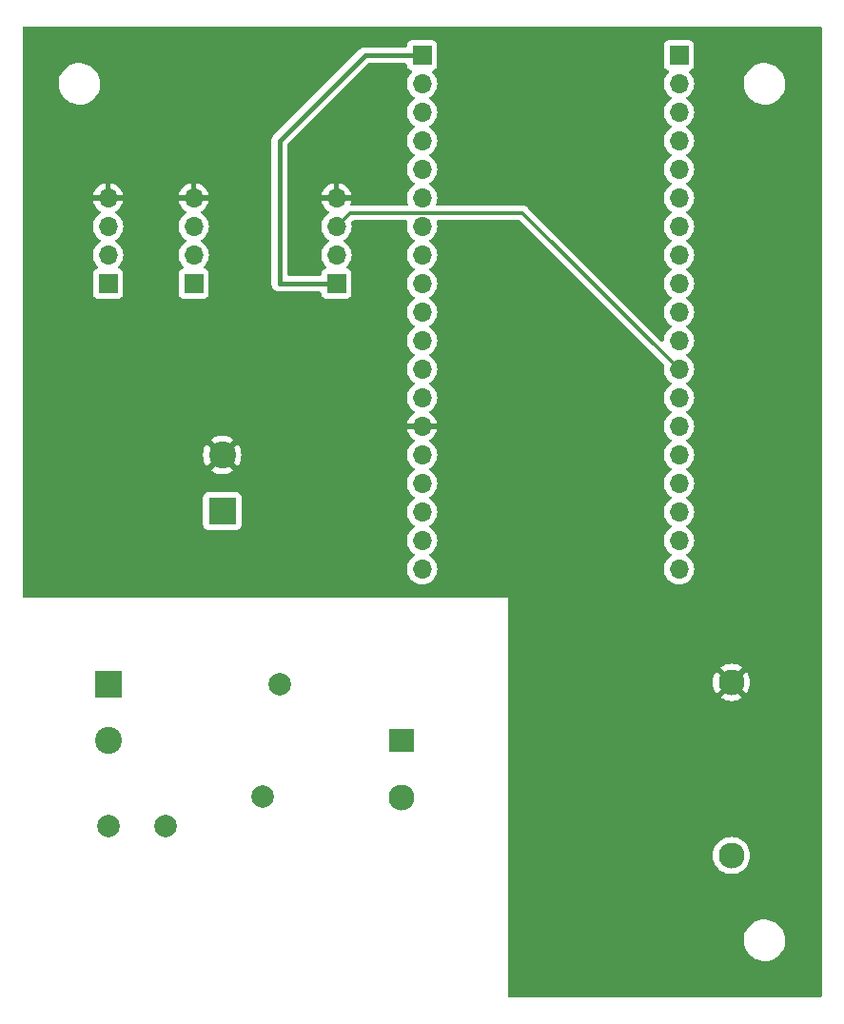
<source format=gbr>
%TF.GenerationSoftware,KiCad,Pcbnew,7.0.2*%
%TF.CreationDate,2023-04-25T18:44:45+02:00*%
%TF.ProjectId,em_schematic,656d5f73-6368-4656-9d61-7469632e6b69,rev?*%
%TF.SameCoordinates,Original*%
%TF.FileFunction,Copper,L2,Bot*%
%TF.FilePolarity,Positive*%
%FSLAX46Y46*%
G04 Gerber Fmt 4.6, Leading zero omitted, Abs format (unit mm)*
G04 Created by KiCad (PCBNEW 7.0.2) date 2023-04-25 18:44:45*
%MOMM*%
%LPD*%
G01*
G04 APERTURE LIST*
%TA.AperFunction,ComponentPad*%
%ADD10R,2.400000X2.400000*%
%TD*%
%TA.AperFunction,ComponentPad*%
%ADD11C,2.400000*%
%TD*%
%TA.AperFunction,ComponentPad*%
%ADD12C,2.000000*%
%TD*%
%TA.AperFunction,ComponentPad*%
%ADD13R,1.700000X1.700000*%
%TD*%
%TA.AperFunction,ComponentPad*%
%ADD14O,1.700000X1.700000*%
%TD*%
%TA.AperFunction,ComponentPad*%
%ADD15C,2.300000*%
%TD*%
%TA.AperFunction,ComponentPad*%
%ADD16R,2.300000X2.000000*%
%TD*%
%TA.AperFunction,Conductor*%
%ADD17C,0.304800*%
%TD*%
%TA.AperFunction,Conductor*%
%ADD18C,0.406400*%
%TD*%
G04 APERTURE END LIST*
D10*
%TO.P,C1,1*%
%TO.N,+5V*%
X109220000Y-114220000D03*
D11*
%TO.P,C1,2*%
%TO.N,GND*%
X109220000Y-109220000D03*
%TD*%
%TO.P,J6,2,Pin_2*%
%TO.N,Net-(J6-Pin_2)*%
X99060000Y-134620000D03*
D10*
%TO.P,J6,1,Pin_1*%
%TO.N,Net-(J6-Pin_1)*%
X99060000Y-129620000D03*
%TD*%
D12*
%TO.P,RV1,2*%
%TO.N,Net-(PS1-AC{slash}N)*%
X112800000Y-139620000D03*
%TO.P,RV1,1*%
%TO.N,Net-(J6-Pin_1)*%
X114300000Y-129620000D03*
%TD*%
D13*
%TO.P,J4,1,Pin_1*%
%TO.N,Net-(J1-Pin_1)*%
X119380000Y-93980000D03*
D14*
%TO.P,J4,2,Pin_2*%
%TO.N,Net-(J2-Pin_11)*%
X119380000Y-91440000D03*
%TO.P,J4,3,Pin_3*%
%TO.N,Net-(J2-Pin_12)*%
X119380000Y-88900000D03*
%TO.P,J4,4,Pin_4*%
%TO.N,GND*%
X119380000Y-86360000D03*
%TD*%
D13*
%TO.P,J5,1,Pin_1*%
%TO.N,+5V*%
X106680000Y-93980000D03*
D14*
%TO.P,J5,2,Pin_2*%
%TO.N,Net-(J3-Pin_2)*%
X106680000Y-91440000D03*
%TO.P,J5,3,Pin_3*%
%TO.N,Net-(J3-Pin_3)*%
X106680000Y-88900000D03*
%TO.P,J5,4,Pin_4*%
%TO.N,GND*%
X106680000Y-86360000D03*
%TD*%
D13*
%TO.P,J2,1,Pin_1*%
%TO.N,unconnected-(J2-Pin_1-Pad1)*%
X149860000Y-73660000D03*
D14*
%TO.P,J2,2,Pin_2*%
%TO.N,unconnected-(J2-Pin_2-Pad2)*%
X149860000Y-76200000D03*
%TO.P,J2,3,Pin_3*%
%TO.N,unconnected-(J2-Pin_3-Pad3)*%
X149860000Y-78740000D03*
%TO.P,J2,4,Pin_4*%
%TO.N,unconnected-(J2-Pin_4-Pad4)*%
X149860000Y-81280000D03*
%TO.P,J2,5,Pin_5*%
%TO.N,unconnected-(J2-Pin_5-Pad5)*%
X149860000Y-83820000D03*
%TO.P,J2,6,Pin_6*%
%TO.N,unconnected-(J2-Pin_6-Pad6)*%
X149860000Y-86360000D03*
%TO.P,J2,7,Pin_7*%
%TO.N,unconnected-(J2-Pin_7-Pad7)*%
X149860000Y-88900000D03*
%TO.P,J2,8,Pin_8*%
%TO.N,unconnected-(J2-Pin_8-Pad8)*%
X149860000Y-91440000D03*
%TO.P,J2,9,Pin_9*%
%TO.N,unconnected-(J2-Pin_9-Pad9)*%
X149860000Y-93980000D03*
%TO.P,J2,10,Pin_10*%
%TO.N,unconnected-(J2-Pin_10-Pad10)*%
X149860000Y-96520000D03*
%TO.P,J2,11,Pin_11*%
%TO.N,Net-(J2-Pin_11)*%
X149860000Y-99060000D03*
%TO.P,J2,12,Pin_12*%
%TO.N,Net-(J2-Pin_12)*%
X149860000Y-101600000D03*
%TO.P,J2,13,Pin_13*%
%TO.N,unconnected-(J2-Pin_13-Pad13)*%
X149860000Y-104140000D03*
%TO.P,J2,14,Pin_14*%
%TO.N,unconnected-(J2-Pin_14-Pad14)*%
X149860000Y-106680000D03*
%TO.P,J2,15,Pin_15*%
%TO.N,unconnected-(J2-Pin_15-Pad15)*%
X149860000Y-109220000D03*
%TO.P,J2,16,Pin_16*%
%TO.N,unconnected-(J2-Pin_16-Pad16)*%
X149860000Y-111760000D03*
%TO.P,J2,17,Pin_17*%
%TO.N,unconnected-(J2-Pin_17-Pad17)*%
X149860000Y-114300000D03*
%TO.P,J2,18,Pin_18*%
%TO.N,unconnected-(J2-Pin_18-Pad18)*%
X149860000Y-116840000D03*
%TO.P,J2,19,Pin_19*%
%TO.N,unconnected-(J2-Pin_19-Pad19)*%
X149860000Y-119380000D03*
%TD*%
D13*
%TO.P,J1,1,Pin_1*%
%TO.N,Net-(J1-Pin_1)*%
X127000000Y-73660000D03*
D14*
%TO.P,J1,2,Pin_2*%
%TO.N,unconnected-(J1-Pin_2-Pad2)*%
X127000000Y-76200000D03*
%TO.P,J1,3,Pin_3*%
%TO.N,unconnected-(J1-Pin_3-Pad3)*%
X127000000Y-78740000D03*
%TO.P,J1,4,Pin_4*%
%TO.N,unconnected-(J1-Pin_4-Pad4)*%
X127000000Y-81280000D03*
%TO.P,J1,5,Pin_5*%
%TO.N,unconnected-(J1-Pin_5-Pad5)*%
X127000000Y-83820000D03*
%TO.P,J1,6,Pin_6*%
%TO.N,unconnected-(J1-Pin_6-Pad6)*%
X127000000Y-86360000D03*
%TO.P,J1,7,Pin_7*%
%TO.N,unconnected-(J1-Pin_7-Pad7)*%
X127000000Y-88900000D03*
%TO.P,J1,8,Pin_8*%
%TO.N,unconnected-(J1-Pin_8-Pad8)*%
X127000000Y-91440000D03*
%TO.P,J1,9,Pin_9*%
%TO.N,unconnected-(J1-Pin_9-Pad9)*%
X127000000Y-93980000D03*
%TO.P,J1,10,Pin_10*%
%TO.N,unconnected-(J1-Pin_10-Pad10)*%
X127000000Y-96520000D03*
%TO.P,J1,11,Pin_11*%
%TO.N,unconnected-(J1-Pin_11-Pad11)*%
X127000000Y-99060000D03*
%TO.P,J1,12,Pin_12*%
%TO.N,unconnected-(J1-Pin_12-Pad12)*%
X127000000Y-101600000D03*
%TO.P,J1,13,Pin_13*%
%TO.N,unconnected-(J1-Pin_13-Pad13)*%
X127000000Y-104140000D03*
%TO.P,J1,14,Pin_14*%
%TO.N,GND*%
X127000000Y-106680000D03*
%TO.P,J1,15,Pin_15*%
%TO.N,unconnected-(J1-Pin_15-Pad15)*%
X127000000Y-109220000D03*
%TO.P,J1,16,Pin_16*%
%TO.N,unconnected-(J1-Pin_16-Pad16)*%
X127000000Y-111760000D03*
%TO.P,J1,17,Pin_17*%
%TO.N,unconnected-(J1-Pin_17-Pad17)*%
X127000000Y-114300000D03*
%TO.P,J1,18,Pin_18*%
%TO.N,unconnected-(J1-Pin_18-Pad18)*%
X127000000Y-116840000D03*
%TO.P,J1,19,Pin_19*%
%TO.N,+5V*%
X127000000Y-119380000D03*
%TD*%
D12*
%TO.P,F1,2*%
%TO.N,Net-(PS1-AC{slash}N)*%
X104140000Y-142240000D03*
%TO.P,F1,1*%
%TO.N,Net-(J6-Pin_2)*%
X99060000Y-142230000D03*
%TD*%
D13*
%TO.P,J3,1,Pin_1*%
%TO.N,+5V*%
X99060000Y-93980000D03*
D14*
%TO.P,J3,2,Pin_2*%
%TO.N,Net-(J3-Pin_2)*%
X99060000Y-91440000D03*
%TO.P,J3,3,Pin_3*%
%TO.N,Net-(J3-Pin_3)*%
X99060000Y-88900000D03*
%TO.P,J3,4,Pin_4*%
%TO.N,GND*%
X99060000Y-86360000D03*
%TD*%
D15*
%TO.P,PS1,4,+Vout*%
%TO.N,+5V*%
X154537500Y-144860000D03*
%TO.P,PS1,3,-Vout*%
%TO.N,GND*%
X154537500Y-129460000D03*
%TO.P,PS1,2,AC/N*%
%TO.N,Net-(PS1-AC{slash}N)*%
X125137500Y-139660000D03*
D16*
%TO.P,PS1,1,AC/L*%
%TO.N,Net-(J6-Pin_1)*%
X125137500Y-134660000D03*
%TD*%
D17*
%TO.N,Net-(J2-Pin_12)*%
X135957600Y-87697600D02*
X149860000Y-101600000D01*
X120582400Y-87697600D02*
X135957600Y-87697600D01*
X119380000Y-88900000D02*
X120582400Y-87697600D01*
D18*
%TO.N,Net-(J1-Pin_1)*%
X121920000Y-73660000D02*
X127000000Y-73660000D01*
X114300000Y-81280000D02*
X121920000Y-73660000D01*
X114300000Y-93980000D02*
X114300000Y-81280000D01*
X119380000Y-93980000D02*
X114300000Y-93980000D01*
%TD*%
%TA.AperFunction,Conductor*%
%TO.N,GND*%
G36*
X125592540Y-74383385D02*
G01*
X125638295Y-74436189D01*
X125649501Y-74487700D01*
X125649501Y-74557872D01*
X125649853Y-74561152D01*
X125649854Y-74561159D01*
X125652090Y-74581956D01*
X125655909Y-74617483D01*
X125706204Y-74752331D01*
X125792454Y-74867546D01*
X125907669Y-74953796D01*
X126019907Y-74995658D01*
X126039082Y-75002810D01*
X126095016Y-75044681D01*
X126119433Y-75110146D01*
X126104581Y-75178419D01*
X126083431Y-75206673D01*
X125961503Y-75328601D01*
X125825965Y-75522170D01*
X125726097Y-75736336D01*
X125664936Y-75964592D01*
X125644340Y-76199999D01*
X125664936Y-76435407D01*
X125692162Y-76537016D01*
X125726097Y-76663663D01*
X125825965Y-76877830D01*
X125961505Y-77071401D01*
X126128599Y-77238495D01*
X126314160Y-77368426D01*
X126357783Y-77423002D01*
X126364976Y-77492501D01*
X126333454Y-77554855D01*
X126314159Y-77571575D01*
X126128595Y-77701508D01*
X125961505Y-77868598D01*
X125825965Y-78062170D01*
X125726097Y-78276336D01*
X125664936Y-78504592D01*
X125644340Y-78739999D01*
X125664936Y-78975407D01*
X125709709Y-79142502D01*
X125726097Y-79203663D01*
X125825965Y-79417830D01*
X125961505Y-79611401D01*
X126128599Y-79778495D01*
X126314160Y-79908426D01*
X126357783Y-79963002D01*
X126364976Y-80032501D01*
X126333454Y-80094855D01*
X126314159Y-80111575D01*
X126128595Y-80241508D01*
X125961505Y-80408598D01*
X125825965Y-80602170D01*
X125726097Y-80816336D01*
X125664936Y-81044592D01*
X125644340Y-81280000D01*
X125664936Y-81515407D01*
X125693724Y-81622843D01*
X125726097Y-81743663D01*
X125825965Y-81957830D01*
X125961505Y-82151401D01*
X126128599Y-82318495D01*
X126314160Y-82448426D01*
X126357783Y-82503002D01*
X126364976Y-82572501D01*
X126333454Y-82634855D01*
X126314159Y-82651575D01*
X126128595Y-82781508D01*
X125961505Y-82948598D01*
X125825965Y-83142170D01*
X125726097Y-83356336D01*
X125664936Y-83584592D01*
X125644340Y-83820000D01*
X125664936Y-84055407D01*
X125709709Y-84222502D01*
X125726097Y-84283663D01*
X125825965Y-84497830D01*
X125961505Y-84691401D01*
X126128599Y-84858495D01*
X126314160Y-84988426D01*
X126357783Y-85043002D01*
X126364976Y-85112501D01*
X126333454Y-85174855D01*
X126314159Y-85191575D01*
X126128595Y-85321508D01*
X125961505Y-85488598D01*
X125825965Y-85682170D01*
X125726097Y-85896336D01*
X125664936Y-86124592D01*
X125644340Y-86360000D01*
X125664936Y-86595407D01*
X125720634Y-86803275D01*
X125726097Y-86823663D01*
X125746910Y-86868296D01*
X125757402Y-86937372D01*
X125728883Y-87001156D01*
X125670407Y-87039396D01*
X125634528Y-87044700D01*
X120744921Y-87044700D01*
X120677882Y-87025015D01*
X120632127Y-86972211D01*
X120622183Y-86903053D01*
X120632539Y-86868296D01*
X120653429Y-86823495D01*
X120710636Y-86610000D01*
X119813686Y-86610000D01*
X119839493Y-86569844D01*
X119880000Y-86431889D01*
X119880000Y-86288111D01*
X119839493Y-86150156D01*
X119813686Y-86110000D01*
X120710636Y-86110000D01*
X120710635Y-86109999D01*
X120653430Y-85896507D01*
X120553599Y-85682421D01*
X120418109Y-85488921D01*
X120251081Y-85321893D01*
X120057576Y-85186399D01*
X119843492Y-85086569D01*
X119630000Y-85029364D01*
X119629999Y-85029364D01*
X119629999Y-85924498D01*
X119522315Y-85875320D01*
X119415763Y-85860000D01*
X119344237Y-85860000D01*
X119237685Y-85875320D01*
X119129999Y-85924498D01*
X119129999Y-85029364D01*
X118916507Y-85086569D01*
X118702421Y-85186400D01*
X118508921Y-85321890D01*
X118341890Y-85488921D01*
X118206400Y-85682421D01*
X118106569Y-85896507D01*
X118049364Y-86109999D01*
X118049364Y-86110000D01*
X118946314Y-86110000D01*
X118920507Y-86150156D01*
X118880000Y-86288111D01*
X118880000Y-86431889D01*
X118920507Y-86569844D01*
X118946314Y-86610000D01*
X118049364Y-86610000D01*
X118106569Y-86823492D01*
X118206399Y-87037576D01*
X118341893Y-87231081D01*
X118508918Y-87398106D01*
X118694595Y-87528119D01*
X118738219Y-87582696D01*
X118745412Y-87652195D01*
X118713890Y-87714549D01*
X118694595Y-87731269D01*
X118508595Y-87861508D01*
X118341505Y-88028598D01*
X118205965Y-88222170D01*
X118106097Y-88436336D01*
X118044936Y-88664592D01*
X118024340Y-88900000D01*
X118044936Y-89135407D01*
X118089709Y-89302502D01*
X118106097Y-89363663D01*
X118205965Y-89577830D01*
X118341505Y-89771401D01*
X118508599Y-89938495D01*
X118694160Y-90068426D01*
X118737783Y-90123002D01*
X118744976Y-90192501D01*
X118713454Y-90254855D01*
X118694159Y-90271575D01*
X118508595Y-90401508D01*
X118341505Y-90568598D01*
X118205965Y-90762170D01*
X118106097Y-90976336D01*
X118044936Y-91204592D01*
X118024340Y-91440000D01*
X118044936Y-91675407D01*
X118089709Y-91842502D01*
X118106097Y-91903663D01*
X118205965Y-92117830D01*
X118341505Y-92311401D01*
X118341508Y-92311404D01*
X118463430Y-92433326D01*
X118496915Y-92494649D01*
X118491931Y-92564341D01*
X118450059Y-92620274D01*
X118419083Y-92637189D01*
X118287669Y-92686204D01*
X118172454Y-92772454D01*
X118086204Y-92887668D01*
X118035910Y-93022515D01*
X118035909Y-93022517D01*
X118029500Y-93082127D01*
X118029500Y-93085448D01*
X118029500Y-93085449D01*
X118029500Y-93152300D01*
X118009815Y-93219339D01*
X117957011Y-93265094D01*
X117905500Y-93276300D01*
X115127700Y-93276300D01*
X115060661Y-93256615D01*
X115014906Y-93203811D01*
X115003700Y-93152300D01*
X115003700Y-81622843D01*
X115023385Y-81555804D01*
X115040014Y-81535167D01*
X122175162Y-74400018D01*
X122236486Y-74366534D01*
X122262844Y-74363700D01*
X125525501Y-74363700D01*
X125592540Y-74383385D01*
G37*
%TD.AperFunction*%
%TA.AperFunction,Conductor*%
G36*
X162502539Y-71140185D02*
G01*
X162548294Y-71192989D01*
X162559500Y-71244500D01*
X162559500Y-157355500D01*
X162539815Y-157422539D01*
X162487011Y-157468294D01*
X162435500Y-157479500D01*
X134744000Y-157479500D01*
X134676961Y-157459815D01*
X134631206Y-157407011D01*
X134620000Y-157355500D01*
X134620000Y-152467764D01*
X155625787Y-152467764D01*
X155655413Y-152737016D01*
X155723928Y-152999087D01*
X155829871Y-153248392D01*
X155970982Y-153479611D01*
X156060253Y-153586881D01*
X156144255Y-153687820D01*
X156345998Y-153868582D01*
X156571910Y-154018044D01*
X156678211Y-154067876D01*
X156817177Y-154133021D01*
X157076562Y-154211058D01*
X157076569Y-154211060D01*
X157344561Y-154250500D01*
X157344564Y-154250500D01*
X157545369Y-154250500D01*
X157547631Y-154250500D01*
X157750156Y-154235677D01*
X158014553Y-154176780D01*
X158267558Y-154080014D01*
X158503777Y-153947441D01*
X158718177Y-153781888D01*
X158906186Y-153586881D01*
X159063799Y-153366579D01*
X159187656Y-153125675D01*
X159275118Y-152869305D01*
X159324319Y-152602933D01*
X159334212Y-152332235D01*
X159304586Y-152062982D01*
X159236072Y-151800912D01*
X159130130Y-151551610D01*
X158989018Y-151320390D01*
X158989017Y-151320388D01*
X158815746Y-151112181D01*
X158710759Y-151018112D01*
X158614002Y-150931418D01*
X158388090Y-150781956D01*
X158388086Y-150781954D01*
X158142822Y-150666978D01*
X157883437Y-150588941D01*
X157883431Y-150588940D01*
X157615439Y-150549500D01*
X157412369Y-150549500D01*
X157410120Y-150549664D01*
X157410109Y-150549665D01*
X157209843Y-150564322D01*
X156945449Y-150623219D01*
X156692441Y-150719986D01*
X156456223Y-150852559D01*
X156241825Y-151018109D01*
X156053813Y-151213120D01*
X155896201Y-151433420D01*
X155772342Y-151674329D01*
X155684881Y-151930695D01*
X155635680Y-152197066D01*
X155625787Y-152467764D01*
X134620000Y-152467764D01*
X134620000Y-144860000D01*
X152881896Y-144860000D01*
X152902279Y-145118995D01*
X152962926Y-145371610D01*
X153022930Y-145516470D01*
X153062346Y-145611628D01*
X153198088Y-145833140D01*
X153198090Y-145833143D01*
X153265067Y-145911563D01*
X153366811Y-146030689D01*
X153564360Y-146199412D01*
X153785872Y-146335154D01*
X153965885Y-146409718D01*
X154025889Y-146434573D01*
X154105697Y-146453733D01*
X154278506Y-146495221D01*
X154537500Y-146515604D01*
X154796494Y-146495221D01*
X155049110Y-146434573D01*
X155289128Y-146335154D01*
X155510640Y-146199412D01*
X155708189Y-146030689D01*
X155876912Y-145833140D01*
X156012654Y-145611628D01*
X156112073Y-145371610D01*
X156172721Y-145118994D01*
X156193104Y-144860000D01*
X156172721Y-144601006D01*
X156112073Y-144348390D01*
X156012654Y-144108372D01*
X155876912Y-143886860D01*
X155708189Y-143689311D01*
X155589063Y-143587567D01*
X155510643Y-143520590D01*
X155510640Y-143520588D01*
X155289128Y-143384846D01*
X155193970Y-143345430D01*
X155049110Y-143285426D01*
X154796495Y-143224779D01*
X154537500Y-143204396D01*
X154278504Y-143224779D01*
X154025889Y-143285426D01*
X153821024Y-143370285D01*
X153785872Y-143384846D01*
X153641859Y-143473096D01*
X153564356Y-143520590D01*
X153366811Y-143689311D01*
X153198090Y-143886856D01*
X153198088Y-143886860D01*
X153062346Y-144108372D01*
X153062345Y-144108375D01*
X152962926Y-144348389D01*
X152902279Y-144601004D01*
X152881896Y-144860000D01*
X134620000Y-144860000D01*
X134620000Y-129460000D01*
X152882398Y-129460000D01*
X152902775Y-129718916D01*
X152963403Y-129971455D01*
X153062794Y-130211402D01*
X153198493Y-130432843D01*
X153204301Y-130439644D01*
X154054422Y-129589523D01*
X154078007Y-129669844D01*
X154155739Y-129790798D01*
X154264400Y-129884952D01*
X154395185Y-129944680D01*
X154404966Y-129946086D01*
X153557854Y-130793198D01*
X153564655Y-130799006D01*
X153786097Y-130934705D01*
X154026044Y-131034096D01*
X154278583Y-131094724D01*
X154537500Y-131115101D01*
X154796416Y-131094724D01*
X155048955Y-131034096D01*
X155288897Y-130934707D01*
X155510349Y-130799003D01*
X155517145Y-130793198D01*
X154670033Y-129946086D01*
X154679815Y-129944680D01*
X154810600Y-129884952D01*
X154919261Y-129790798D01*
X154996993Y-129669844D01*
X155020576Y-129589523D01*
X155870698Y-130439645D01*
X155876503Y-130432849D01*
X156012207Y-130211397D01*
X156111596Y-129971455D01*
X156172224Y-129718916D01*
X156192601Y-129459999D01*
X156172224Y-129201083D01*
X156111596Y-128948544D01*
X156012205Y-128708597D01*
X155876506Y-128487155D01*
X155870698Y-128480354D01*
X155020576Y-129330475D01*
X154996993Y-129250156D01*
X154919261Y-129129202D01*
X154810600Y-129035048D01*
X154679815Y-128975320D01*
X154670034Y-128973913D01*
X155517145Y-128126801D01*
X155510343Y-128120993D01*
X155288902Y-127985294D01*
X155048955Y-127885903D01*
X154796416Y-127825275D01*
X154537499Y-127804898D01*
X154278583Y-127825275D01*
X154026044Y-127885903D01*
X153786097Y-127985294D01*
X153564656Y-128120992D01*
X153557854Y-128126801D01*
X154404966Y-128973913D01*
X154395185Y-128975320D01*
X154264400Y-129035048D01*
X154155739Y-129129202D01*
X154078007Y-129250156D01*
X154054423Y-129330476D01*
X153204301Y-128480354D01*
X153198492Y-128487156D01*
X153062794Y-128708597D01*
X152963403Y-128948544D01*
X152902775Y-129201083D01*
X152882398Y-129460000D01*
X134620000Y-129460000D01*
X134620000Y-121920000D01*
X91564500Y-121920000D01*
X91497461Y-121900315D01*
X91451706Y-121847511D01*
X91440500Y-121796000D01*
X91440500Y-115464578D01*
X107519500Y-115464578D01*
X107519501Y-115467872D01*
X107519853Y-115471152D01*
X107519854Y-115471159D01*
X107525427Y-115523002D01*
X107525909Y-115527483D01*
X107576204Y-115662331D01*
X107662454Y-115777546D01*
X107777669Y-115863796D01*
X107912517Y-115914091D01*
X107972127Y-115920500D01*
X110467872Y-115920499D01*
X110527483Y-115914091D01*
X110662331Y-115863796D01*
X110777546Y-115777546D01*
X110863796Y-115662331D01*
X110914091Y-115527483D01*
X110920500Y-115467873D01*
X110920499Y-112972128D01*
X110914091Y-112912517D01*
X110863796Y-112777669D01*
X110777546Y-112662454D01*
X110662331Y-112576204D01*
X110527483Y-112525909D01*
X110467873Y-112519500D01*
X110464550Y-112519500D01*
X107975439Y-112519500D01*
X107975420Y-112519500D01*
X107972128Y-112519501D01*
X107968848Y-112519853D01*
X107968840Y-112519854D01*
X107912515Y-112525909D01*
X107777669Y-112576204D01*
X107662454Y-112662454D01*
X107576204Y-112777668D01*
X107525910Y-112912515D01*
X107525909Y-112912517D01*
X107519500Y-112972127D01*
X107519500Y-112975448D01*
X107519500Y-112975449D01*
X107519500Y-115464560D01*
X107519500Y-115464578D01*
X91440500Y-115464578D01*
X91440500Y-109219999D01*
X107515232Y-109219999D01*
X107534273Y-109474080D01*
X107590971Y-109722491D01*
X107684057Y-109959668D01*
X107811456Y-110180331D01*
X107853452Y-110232993D01*
X107853453Y-110232993D01*
X108657226Y-109429219D01*
X108695901Y-109522588D01*
X108792075Y-109647925D01*
X108917412Y-109744099D01*
X109010779Y-109782772D01*
X108206813Y-110586737D01*
X108367619Y-110696372D01*
X108597179Y-110806922D01*
X108840654Y-110882025D01*
X109092603Y-110920000D01*
X109347397Y-110920000D01*
X109599345Y-110882025D01*
X109842823Y-110806921D01*
X110072383Y-110696372D01*
X110233185Y-110586737D01*
X109429220Y-109782772D01*
X109522588Y-109744099D01*
X109647925Y-109647925D01*
X109744099Y-109522589D01*
X109782773Y-109429220D01*
X110586545Y-110232993D01*
X110586546Y-110232992D01*
X110628545Y-110180328D01*
X110755942Y-109959669D01*
X110849028Y-109722491D01*
X110905726Y-109474080D01*
X110924767Y-109220000D01*
X110905726Y-108965919D01*
X110849028Y-108717508D01*
X110755942Y-108480330D01*
X110628545Y-108259671D01*
X110586546Y-108207005D01*
X109782772Y-109010779D01*
X109744099Y-108917412D01*
X109647925Y-108792075D01*
X109522588Y-108695901D01*
X109429220Y-108657227D01*
X110233185Y-107853261D01*
X110072379Y-107743625D01*
X109842823Y-107633078D01*
X109599345Y-107557974D01*
X109347397Y-107520000D01*
X109092603Y-107520000D01*
X108840654Y-107557974D01*
X108597179Y-107633077D01*
X108367615Y-107743628D01*
X108206813Y-107853261D01*
X109010779Y-108657227D01*
X108917412Y-108695901D01*
X108792075Y-108792075D01*
X108695901Y-108917411D01*
X108657226Y-109010779D01*
X107853453Y-108207006D01*
X107811453Y-108259673D01*
X107684057Y-108480331D01*
X107590971Y-108717508D01*
X107534273Y-108965919D01*
X107515232Y-109219999D01*
X91440500Y-109219999D01*
X91440500Y-91440000D01*
X97704340Y-91440000D01*
X97724936Y-91675407D01*
X97769709Y-91842502D01*
X97786097Y-91903663D01*
X97885965Y-92117830D01*
X98021505Y-92311401D01*
X98021508Y-92311404D01*
X98143430Y-92433326D01*
X98176915Y-92494649D01*
X98171931Y-92564341D01*
X98130059Y-92620274D01*
X98099083Y-92637189D01*
X97967669Y-92686204D01*
X97852454Y-92772454D01*
X97766204Y-92887668D01*
X97715910Y-93022515D01*
X97715909Y-93022517D01*
X97709500Y-93082127D01*
X97709500Y-93085448D01*
X97709500Y-93085449D01*
X97709500Y-94874560D01*
X97709500Y-94874578D01*
X97709501Y-94877872D01*
X97715909Y-94937483D01*
X97766204Y-95072331D01*
X97852454Y-95187546D01*
X97967669Y-95273796D01*
X98102517Y-95324091D01*
X98162127Y-95330500D01*
X99957872Y-95330499D01*
X100017483Y-95324091D01*
X100152331Y-95273796D01*
X100267546Y-95187546D01*
X100353796Y-95072331D01*
X100404091Y-94937483D01*
X100410500Y-94877873D01*
X100410499Y-93082128D01*
X100404091Y-93022517D01*
X100353796Y-92887669D01*
X100267546Y-92772454D01*
X100152331Y-92686204D01*
X100090123Y-92663002D01*
X100020916Y-92637189D01*
X99964983Y-92595317D01*
X99940566Y-92529853D01*
X99955418Y-92461580D01*
X99976563Y-92433332D01*
X100098495Y-92311401D01*
X100234035Y-92117830D01*
X100333903Y-91903663D01*
X100395063Y-91675408D01*
X100415659Y-91440000D01*
X100415659Y-91439999D01*
X105324340Y-91439999D01*
X105344936Y-91675407D01*
X105389709Y-91842502D01*
X105406097Y-91903663D01*
X105505965Y-92117830D01*
X105641505Y-92311401D01*
X105641508Y-92311404D01*
X105763430Y-92433326D01*
X105796915Y-92494649D01*
X105791931Y-92564341D01*
X105750059Y-92620274D01*
X105719083Y-92637189D01*
X105587669Y-92686204D01*
X105472454Y-92772454D01*
X105386204Y-92887668D01*
X105335910Y-93022515D01*
X105335909Y-93022517D01*
X105329500Y-93082127D01*
X105329500Y-93085448D01*
X105329500Y-93085449D01*
X105329500Y-94874560D01*
X105329500Y-94874578D01*
X105329501Y-94877872D01*
X105335909Y-94937483D01*
X105386204Y-95072331D01*
X105472454Y-95187546D01*
X105587669Y-95273796D01*
X105722517Y-95324091D01*
X105782127Y-95330500D01*
X107577872Y-95330499D01*
X107637483Y-95324091D01*
X107772331Y-95273796D01*
X107887546Y-95187546D01*
X107973796Y-95072331D01*
X108024091Y-94937483D01*
X108030500Y-94877873D01*
X108030499Y-93082128D01*
X108024091Y-93022517D01*
X107973796Y-92887669D01*
X107887546Y-92772454D01*
X107772331Y-92686204D01*
X107710123Y-92663002D01*
X107640916Y-92637189D01*
X107584983Y-92595317D01*
X107560566Y-92529853D01*
X107575418Y-92461580D01*
X107596563Y-92433332D01*
X107718495Y-92311401D01*
X107854035Y-92117830D01*
X107953903Y-91903663D01*
X108015063Y-91675408D01*
X108035659Y-91440000D01*
X108015063Y-91204592D01*
X107953903Y-90976337D01*
X107854035Y-90762171D01*
X107718495Y-90568599D01*
X107551401Y-90401505D01*
X107365839Y-90271573D01*
X107322215Y-90216997D01*
X107315023Y-90147498D01*
X107346545Y-90085144D01*
X107365831Y-90068432D01*
X107551401Y-89938495D01*
X107718495Y-89771401D01*
X107854035Y-89577830D01*
X107953903Y-89363663D01*
X108015063Y-89135408D01*
X108035659Y-88900000D01*
X108015063Y-88664592D01*
X107953903Y-88436337D01*
X107854035Y-88222171D01*
X107718495Y-88028599D01*
X107551401Y-87861505D01*
X107365402Y-87731267D01*
X107321780Y-87676692D01*
X107314587Y-87607193D01*
X107346109Y-87544839D01*
X107365405Y-87528119D01*
X107551078Y-87398109D01*
X107718106Y-87231081D01*
X107853600Y-87037576D01*
X107953430Y-86823492D01*
X108010636Y-86610000D01*
X107113686Y-86610000D01*
X107139493Y-86569844D01*
X107180000Y-86431889D01*
X107180000Y-86288111D01*
X107139493Y-86150156D01*
X107113686Y-86110000D01*
X108010636Y-86110000D01*
X108010635Y-86109999D01*
X107953430Y-85896507D01*
X107853599Y-85682421D01*
X107718109Y-85488921D01*
X107551081Y-85321893D01*
X107357576Y-85186399D01*
X107143492Y-85086569D01*
X106930000Y-85029364D01*
X106930000Y-85924498D01*
X106822315Y-85875320D01*
X106715763Y-85860000D01*
X106644237Y-85860000D01*
X106537685Y-85875320D01*
X106430000Y-85924498D01*
X106430000Y-85029364D01*
X106429999Y-85029364D01*
X106216507Y-85086569D01*
X106002421Y-85186400D01*
X105808921Y-85321890D01*
X105641890Y-85488921D01*
X105506400Y-85682421D01*
X105406569Y-85896507D01*
X105349364Y-86109999D01*
X105349364Y-86110000D01*
X106246314Y-86110000D01*
X106220507Y-86150156D01*
X106180000Y-86288111D01*
X106180000Y-86431889D01*
X106220507Y-86569844D01*
X106246314Y-86610000D01*
X105349364Y-86610000D01*
X105406569Y-86823492D01*
X105506399Y-87037576D01*
X105641893Y-87231081D01*
X105808918Y-87398106D01*
X105994595Y-87528119D01*
X106038219Y-87582696D01*
X106045412Y-87652195D01*
X106013890Y-87714549D01*
X105994595Y-87731269D01*
X105808595Y-87861508D01*
X105641505Y-88028598D01*
X105505965Y-88222170D01*
X105406097Y-88436336D01*
X105344936Y-88664592D01*
X105324340Y-88899999D01*
X105344936Y-89135407D01*
X105389709Y-89302502D01*
X105406097Y-89363663D01*
X105505965Y-89577830D01*
X105641505Y-89771401D01*
X105808599Y-89938495D01*
X105994160Y-90068426D01*
X106037783Y-90123002D01*
X106044976Y-90192501D01*
X106013454Y-90254855D01*
X105994159Y-90271575D01*
X105808595Y-90401508D01*
X105641505Y-90568598D01*
X105505965Y-90762170D01*
X105406097Y-90976336D01*
X105344936Y-91204592D01*
X105324340Y-91439999D01*
X100415659Y-91439999D01*
X100395063Y-91204592D01*
X100333903Y-90976337D01*
X100234035Y-90762171D01*
X100098495Y-90568599D01*
X99931401Y-90401505D01*
X99745839Y-90271573D01*
X99702215Y-90216997D01*
X99695023Y-90147498D01*
X99726545Y-90085144D01*
X99745831Y-90068432D01*
X99931401Y-89938495D01*
X100098495Y-89771401D01*
X100234035Y-89577830D01*
X100333903Y-89363663D01*
X100395063Y-89135408D01*
X100415659Y-88900000D01*
X100395063Y-88664592D01*
X100333903Y-88436337D01*
X100234035Y-88222171D01*
X100098495Y-88028599D01*
X99931401Y-87861505D01*
X99745402Y-87731267D01*
X99701780Y-87676692D01*
X99694587Y-87607193D01*
X99726109Y-87544839D01*
X99745405Y-87528119D01*
X99931078Y-87398109D01*
X100098106Y-87231081D01*
X100233600Y-87037576D01*
X100333430Y-86823492D01*
X100390636Y-86610000D01*
X99493686Y-86610000D01*
X99519493Y-86569844D01*
X99560000Y-86431889D01*
X99560000Y-86288111D01*
X99519493Y-86150156D01*
X99493686Y-86110000D01*
X100390636Y-86110000D01*
X100390635Y-86109999D01*
X100333430Y-85896507D01*
X100233599Y-85682421D01*
X100098109Y-85488921D01*
X99931081Y-85321893D01*
X99737576Y-85186399D01*
X99523492Y-85086569D01*
X99310000Y-85029364D01*
X99310000Y-85924498D01*
X99202315Y-85875320D01*
X99095763Y-85860000D01*
X99024237Y-85860000D01*
X98917685Y-85875320D01*
X98810000Y-85924498D01*
X98810000Y-85029364D01*
X98809999Y-85029364D01*
X98596507Y-85086569D01*
X98382421Y-85186400D01*
X98188921Y-85321890D01*
X98021890Y-85488921D01*
X97886400Y-85682421D01*
X97786569Y-85896507D01*
X97729364Y-86109999D01*
X97729364Y-86110000D01*
X98626314Y-86110000D01*
X98600507Y-86150156D01*
X98560000Y-86288111D01*
X98560000Y-86431889D01*
X98600507Y-86569844D01*
X98626314Y-86610000D01*
X97729364Y-86610000D01*
X97786569Y-86823492D01*
X97886399Y-87037576D01*
X98021893Y-87231081D01*
X98188918Y-87398106D01*
X98374595Y-87528119D01*
X98418219Y-87582696D01*
X98425412Y-87652195D01*
X98393890Y-87714549D01*
X98374595Y-87731269D01*
X98188595Y-87861508D01*
X98021505Y-88028598D01*
X97885965Y-88222170D01*
X97786097Y-88436336D01*
X97724936Y-88664592D01*
X97704340Y-88899999D01*
X97724936Y-89135407D01*
X97769709Y-89302502D01*
X97786097Y-89363663D01*
X97885965Y-89577830D01*
X98021505Y-89771401D01*
X98188599Y-89938495D01*
X98374160Y-90068426D01*
X98417783Y-90123002D01*
X98424976Y-90192501D01*
X98393454Y-90254855D01*
X98374159Y-90271575D01*
X98188595Y-90401508D01*
X98021505Y-90568598D01*
X97885965Y-90762170D01*
X97786097Y-90976336D01*
X97724936Y-91204592D01*
X97704340Y-91440000D01*
X91440500Y-91440000D01*
X91440500Y-81237197D01*
X113592425Y-81237197D01*
X113596074Y-81297514D01*
X113596300Y-81305000D01*
X113596300Y-94065447D01*
X113604765Y-94099794D01*
X113607463Y-94114517D01*
X113611728Y-94149640D01*
X113624274Y-94182719D01*
X113628729Y-94197014D01*
X113637197Y-94231369D01*
X113653638Y-94262695D01*
X113659782Y-94276347D01*
X113672327Y-94309424D01*
X113692421Y-94338536D01*
X113700166Y-94351347D01*
X113716615Y-94382686D01*
X113740075Y-94409167D01*
X113749312Y-94420956D01*
X113769405Y-94450067D01*
X113795884Y-94473524D01*
X113806469Y-94484108D01*
X113829934Y-94510595D01*
X113829936Y-94510597D01*
X113859050Y-94530693D01*
X113870834Y-94539925D01*
X113897317Y-94563387D01*
X113928652Y-94579833D01*
X113941457Y-94587574D01*
X113970571Y-94607670D01*
X113970572Y-94607670D01*
X113970573Y-94607671D01*
X114003651Y-94620216D01*
X114017304Y-94626361D01*
X114048632Y-94642803D01*
X114083001Y-94651274D01*
X114097271Y-94655721D01*
X114130357Y-94668270D01*
X114165476Y-94672534D01*
X114180195Y-94675230D01*
X114214555Y-94683700D01*
X114257437Y-94683700D01*
X117905501Y-94683700D01*
X117972540Y-94703385D01*
X118018295Y-94756189D01*
X118029501Y-94807699D01*
X118029501Y-94877872D01*
X118035909Y-94937483D01*
X118086204Y-95072331D01*
X118172454Y-95187546D01*
X118287669Y-95273796D01*
X118422517Y-95324091D01*
X118482127Y-95330500D01*
X120277872Y-95330499D01*
X120337483Y-95324091D01*
X120472331Y-95273796D01*
X120587546Y-95187546D01*
X120673796Y-95072331D01*
X120724091Y-94937483D01*
X120730500Y-94877873D01*
X120730499Y-93082128D01*
X120724091Y-93022517D01*
X120673796Y-92887669D01*
X120587546Y-92772454D01*
X120472331Y-92686204D01*
X120410123Y-92663002D01*
X120340916Y-92637189D01*
X120284983Y-92595317D01*
X120260566Y-92529853D01*
X120275418Y-92461580D01*
X120296563Y-92433332D01*
X120418495Y-92311401D01*
X120554035Y-92117830D01*
X120653903Y-91903663D01*
X120715063Y-91675408D01*
X120735659Y-91440000D01*
X120715063Y-91204592D01*
X120653903Y-90976337D01*
X120554035Y-90762171D01*
X120418495Y-90568599D01*
X120251401Y-90401505D01*
X120065839Y-90271573D01*
X120022216Y-90216998D01*
X120015022Y-90147500D01*
X120046545Y-90085145D01*
X120065837Y-90068428D01*
X120251401Y-89938495D01*
X120418495Y-89771401D01*
X120554035Y-89577830D01*
X120653903Y-89363663D01*
X120715063Y-89135408D01*
X120735659Y-88900000D01*
X120715063Y-88664592D01*
X120696331Y-88594687D01*
X120697995Y-88524837D01*
X120728424Y-88474914D01*
X120816521Y-88386818D01*
X120877845Y-88353333D01*
X120904202Y-88350500D01*
X125587497Y-88350500D01*
X125654536Y-88370185D01*
X125700291Y-88422989D01*
X125710235Y-88492147D01*
X125707272Y-88506593D01*
X125664936Y-88664592D01*
X125644340Y-88899999D01*
X125664936Y-89135407D01*
X125709709Y-89302502D01*
X125726097Y-89363663D01*
X125825965Y-89577830D01*
X125961505Y-89771401D01*
X126128599Y-89938495D01*
X126314160Y-90068426D01*
X126357783Y-90123002D01*
X126364976Y-90192501D01*
X126333454Y-90254855D01*
X126314159Y-90271575D01*
X126128595Y-90401508D01*
X125961505Y-90568598D01*
X125825965Y-90762170D01*
X125726097Y-90976336D01*
X125664936Y-91204592D01*
X125644340Y-91440000D01*
X125664936Y-91675407D01*
X125709709Y-91842502D01*
X125726097Y-91903663D01*
X125825965Y-92117830D01*
X125961505Y-92311401D01*
X126128599Y-92478495D01*
X126314160Y-92608426D01*
X126357783Y-92663002D01*
X126364976Y-92732501D01*
X126333454Y-92794855D01*
X126314159Y-92811575D01*
X126128595Y-92941508D01*
X125961505Y-93108598D01*
X125825965Y-93302170D01*
X125726097Y-93516336D01*
X125664936Y-93744592D01*
X125644340Y-93979999D01*
X125664936Y-94215407D01*
X125699583Y-94344711D01*
X125726097Y-94443663D01*
X125825965Y-94657830D01*
X125961505Y-94851401D01*
X126128599Y-95018495D01*
X126314160Y-95148426D01*
X126357783Y-95203002D01*
X126364976Y-95272501D01*
X126333454Y-95334855D01*
X126314159Y-95351575D01*
X126128595Y-95481508D01*
X125961505Y-95648598D01*
X125825965Y-95842170D01*
X125726097Y-96056336D01*
X125664936Y-96284592D01*
X125644340Y-96520000D01*
X125664936Y-96755407D01*
X125709709Y-96922501D01*
X125726097Y-96983663D01*
X125825965Y-97197830D01*
X125961505Y-97391401D01*
X126128599Y-97558495D01*
X126314160Y-97688426D01*
X126357783Y-97743002D01*
X126364976Y-97812501D01*
X126333454Y-97874855D01*
X126314159Y-97891575D01*
X126128595Y-98021508D01*
X125961505Y-98188598D01*
X125825965Y-98382170D01*
X125726097Y-98596336D01*
X125664936Y-98824592D01*
X125644340Y-99060000D01*
X125664936Y-99295407D01*
X125681843Y-99358503D01*
X125726097Y-99523663D01*
X125825965Y-99737830D01*
X125961505Y-99931401D01*
X126128599Y-100098495D01*
X126314160Y-100228426D01*
X126357783Y-100283002D01*
X126364976Y-100352501D01*
X126333454Y-100414855D01*
X126314159Y-100431575D01*
X126128595Y-100561508D01*
X125961505Y-100728598D01*
X125825965Y-100922170D01*
X125726097Y-101136336D01*
X125664936Y-101364592D01*
X125644340Y-101599999D01*
X125664936Y-101835407D01*
X125709709Y-102002502D01*
X125726097Y-102063663D01*
X125825965Y-102277830D01*
X125961505Y-102471401D01*
X126128599Y-102638495D01*
X126314160Y-102768426D01*
X126357783Y-102823002D01*
X126364976Y-102892501D01*
X126333454Y-102954855D01*
X126314159Y-102971575D01*
X126128595Y-103101508D01*
X125961505Y-103268598D01*
X125825965Y-103462170D01*
X125726097Y-103676336D01*
X125664936Y-103904592D01*
X125644340Y-104140000D01*
X125664936Y-104375407D01*
X125709709Y-104542501D01*
X125726097Y-104603663D01*
X125825965Y-104817830D01*
X125961505Y-105011401D01*
X126128599Y-105178495D01*
X126314596Y-105308732D01*
X126358219Y-105363307D01*
X126365412Y-105432806D01*
X126333890Y-105495160D01*
X126314595Y-105511880D01*
X126128919Y-105641892D01*
X125961890Y-105808921D01*
X125826400Y-106002421D01*
X125726569Y-106216507D01*
X125669364Y-106429999D01*
X125669364Y-106430000D01*
X126566314Y-106430000D01*
X126540507Y-106470156D01*
X126500000Y-106608111D01*
X126500000Y-106751889D01*
X126540507Y-106889844D01*
X126566314Y-106930000D01*
X125669364Y-106930000D01*
X125726569Y-107143492D01*
X125826399Y-107357576D01*
X125961893Y-107551081D01*
X126128918Y-107718106D01*
X126314595Y-107848119D01*
X126358219Y-107902696D01*
X126365412Y-107972195D01*
X126333890Y-108034549D01*
X126314595Y-108051269D01*
X126128595Y-108181508D01*
X125961505Y-108348598D01*
X125825965Y-108542170D01*
X125726097Y-108756336D01*
X125664936Y-108984592D01*
X125644340Y-109220000D01*
X125664936Y-109455407D01*
X125696593Y-109573553D01*
X125726097Y-109683663D01*
X125825965Y-109897830D01*
X125961505Y-110091401D01*
X126128599Y-110258495D01*
X126314160Y-110388426D01*
X126357783Y-110443002D01*
X126364976Y-110512501D01*
X126333454Y-110574855D01*
X126314159Y-110591575D01*
X126128595Y-110721508D01*
X125961505Y-110888598D01*
X125825965Y-111082170D01*
X125726097Y-111296336D01*
X125664936Y-111524592D01*
X125644340Y-111759999D01*
X125664936Y-111995407D01*
X125709709Y-112162502D01*
X125726097Y-112223663D01*
X125825965Y-112437830D01*
X125961505Y-112631401D01*
X126128599Y-112798495D01*
X126314160Y-112928426D01*
X126357783Y-112983002D01*
X126364976Y-113052501D01*
X126333454Y-113114855D01*
X126314159Y-113131575D01*
X126128595Y-113261508D01*
X125961505Y-113428598D01*
X125825965Y-113622170D01*
X125726097Y-113836336D01*
X125664936Y-114064592D01*
X125644340Y-114299999D01*
X125664936Y-114535407D01*
X125709709Y-114702502D01*
X125726097Y-114763663D01*
X125825965Y-114977830D01*
X125961505Y-115171401D01*
X126128599Y-115338495D01*
X126314160Y-115468426D01*
X126357783Y-115523002D01*
X126364976Y-115592501D01*
X126333454Y-115654855D01*
X126314159Y-115671575D01*
X126128595Y-115801508D01*
X125961505Y-115968598D01*
X125825965Y-116162170D01*
X125726097Y-116376336D01*
X125664936Y-116604592D01*
X125644340Y-116839999D01*
X125664936Y-117075407D01*
X125709709Y-117242501D01*
X125726097Y-117303663D01*
X125825965Y-117517830D01*
X125961505Y-117711401D01*
X126128599Y-117878495D01*
X126314160Y-118008426D01*
X126357783Y-118063002D01*
X126364976Y-118132501D01*
X126333454Y-118194855D01*
X126314159Y-118211575D01*
X126128595Y-118341508D01*
X125961505Y-118508598D01*
X125825965Y-118702170D01*
X125726097Y-118916336D01*
X125664936Y-119144592D01*
X125644340Y-119380000D01*
X125664936Y-119615407D01*
X125709709Y-119782501D01*
X125726097Y-119843663D01*
X125825965Y-120057830D01*
X125961505Y-120251401D01*
X126128599Y-120418495D01*
X126322170Y-120554035D01*
X126536337Y-120653903D01*
X126764592Y-120715063D01*
X127000000Y-120735659D01*
X127235408Y-120715063D01*
X127463663Y-120653903D01*
X127677830Y-120554035D01*
X127871401Y-120418495D01*
X128038495Y-120251401D01*
X128174035Y-120057830D01*
X128273903Y-119843663D01*
X128335063Y-119615408D01*
X128355659Y-119380000D01*
X128335063Y-119144592D01*
X128273903Y-118916337D01*
X128174035Y-118702171D01*
X128038495Y-118508599D01*
X127871401Y-118341505D01*
X127685839Y-118211573D01*
X127642217Y-118156998D01*
X127635024Y-118087499D01*
X127666546Y-118025145D01*
X127685837Y-118008428D01*
X127871401Y-117878495D01*
X128038495Y-117711401D01*
X128174035Y-117517830D01*
X128273903Y-117303663D01*
X128335063Y-117075408D01*
X128355659Y-116840000D01*
X128335063Y-116604592D01*
X128273903Y-116376337D01*
X128174035Y-116162171D01*
X128038495Y-115968599D01*
X127871401Y-115801505D01*
X127685839Y-115671573D01*
X127642215Y-115616997D01*
X127635023Y-115547498D01*
X127666545Y-115485144D01*
X127685831Y-115468432D01*
X127871401Y-115338495D01*
X128038495Y-115171401D01*
X128174035Y-114977830D01*
X128273903Y-114763663D01*
X128335063Y-114535408D01*
X128355659Y-114300000D01*
X128335063Y-114064592D01*
X128273903Y-113836337D01*
X128174035Y-113622171D01*
X128038495Y-113428599D01*
X127871401Y-113261505D01*
X127685839Y-113131573D01*
X127642216Y-113076998D01*
X127635022Y-113007500D01*
X127666545Y-112945145D01*
X127685837Y-112928428D01*
X127871401Y-112798495D01*
X128038495Y-112631401D01*
X128174035Y-112437830D01*
X128273903Y-112223663D01*
X128335063Y-111995408D01*
X128355659Y-111760000D01*
X128335063Y-111524592D01*
X128273903Y-111296337D01*
X128174035Y-111082171D01*
X128038495Y-110888599D01*
X127871401Y-110721505D01*
X127685839Y-110591573D01*
X127642215Y-110536997D01*
X127635023Y-110467498D01*
X127666545Y-110405144D01*
X127685831Y-110388432D01*
X127871401Y-110258495D01*
X128038495Y-110091401D01*
X128174035Y-109897830D01*
X128273903Y-109683663D01*
X128335063Y-109455408D01*
X128355659Y-109220000D01*
X128335063Y-108984592D01*
X128273903Y-108756337D01*
X128174035Y-108542171D01*
X128038495Y-108348599D01*
X127871401Y-108181505D01*
X127685402Y-108051267D01*
X127641780Y-107996692D01*
X127634587Y-107927193D01*
X127666109Y-107864839D01*
X127685405Y-107848119D01*
X127871078Y-107718109D01*
X128038106Y-107551081D01*
X128173600Y-107357576D01*
X128273430Y-107143492D01*
X128330636Y-106930000D01*
X127433686Y-106930000D01*
X127459493Y-106889844D01*
X127500000Y-106751889D01*
X127500000Y-106608111D01*
X127459493Y-106470156D01*
X127433686Y-106430000D01*
X128330636Y-106430000D01*
X128330635Y-106429999D01*
X128273430Y-106216507D01*
X128173599Y-106002421D01*
X128038109Y-105808921D01*
X127871081Y-105641893D01*
X127685404Y-105511880D01*
X127641780Y-105457303D01*
X127634587Y-105387804D01*
X127666109Y-105325450D01*
X127685399Y-105308734D01*
X127871401Y-105178495D01*
X128038495Y-105011401D01*
X128174035Y-104817830D01*
X128273903Y-104603663D01*
X128335063Y-104375408D01*
X128355659Y-104140000D01*
X128335063Y-103904592D01*
X128273903Y-103676337D01*
X128174035Y-103462171D01*
X128038495Y-103268599D01*
X127871401Y-103101505D01*
X127685839Y-102971573D01*
X127642216Y-102916998D01*
X127635022Y-102847500D01*
X127666545Y-102785145D01*
X127685837Y-102768428D01*
X127871401Y-102638495D01*
X128038495Y-102471401D01*
X128174035Y-102277830D01*
X128273903Y-102063663D01*
X128335063Y-101835408D01*
X128355659Y-101600000D01*
X128335063Y-101364592D01*
X128273903Y-101136337D01*
X128174035Y-100922171D01*
X128038495Y-100728599D01*
X127871401Y-100561505D01*
X127685839Y-100431573D01*
X127642215Y-100376997D01*
X127635023Y-100307498D01*
X127666545Y-100245144D01*
X127685831Y-100228432D01*
X127871401Y-100098495D01*
X128038495Y-99931401D01*
X128174035Y-99737830D01*
X128273903Y-99523663D01*
X128335063Y-99295408D01*
X128355659Y-99060000D01*
X128335063Y-98824592D01*
X128273903Y-98596337D01*
X128174035Y-98382171D01*
X128038495Y-98188599D01*
X127871401Y-98021505D01*
X127685839Y-97891573D01*
X127642216Y-97836998D01*
X127635022Y-97767500D01*
X127666545Y-97705145D01*
X127685837Y-97688428D01*
X127871401Y-97558495D01*
X128038495Y-97391401D01*
X128174035Y-97197830D01*
X128273903Y-96983663D01*
X128335063Y-96755408D01*
X128355659Y-96520000D01*
X128335063Y-96284592D01*
X128273903Y-96056337D01*
X128174035Y-95842171D01*
X128038495Y-95648599D01*
X127871401Y-95481505D01*
X127685839Y-95351573D01*
X127642215Y-95296997D01*
X127635023Y-95227498D01*
X127666545Y-95165144D01*
X127685831Y-95148432D01*
X127871401Y-95018495D01*
X128038495Y-94851401D01*
X128174035Y-94657830D01*
X128273903Y-94443663D01*
X128335063Y-94215408D01*
X128355659Y-93980000D01*
X128335063Y-93744592D01*
X128273903Y-93516337D01*
X128174035Y-93302171D01*
X128038495Y-93108599D01*
X127871401Y-92941505D01*
X127685839Y-92811573D01*
X127642216Y-92756998D01*
X127635022Y-92687500D01*
X127666545Y-92625145D01*
X127685837Y-92608428D01*
X127871401Y-92478495D01*
X128038495Y-92311401D01*
X128174035Y-92117830D01*
X128273903Y-91903663D01*
X128335063Y-91675408D01*
X128355659Y-91440000D01*
X128335063Y-91204592D01*
X128273903Y-90976337D01*
X128174035Y-90762171D01*
X128038495Y-90568599D01*
X127871401Y-90401505D01*
X127685839Y-90271573D01*
X127642215Y-90216997D01*
X127635023Y-90147498D01*
X127666545Y-90085144D01*
X127685831Y-90068432D01*
X127871401Y-89938495D01*
X128038495Y-89771401D01*
X128174035Y-89577830D01*
X128273903Y-89363663D01*
X128335063Y-89135408D01*
X128355659Y-88900000D01*
X128335063Y-88664592D01*
X128292727Y-88506593D01*
X128294391Y-88436743D01*
X128333554Y-88378881D01*
X128397782Y-88351377D01*
X128412503Y-88350500D01*
X135635798Y-88350500D01*
X135702837Y-88370185D01*
X135723479Y-88386819D01*
X148511573Y-101174913D01*
X148545058Y-101236236D01*
X148543667Y-101294686D01*
X148524936Y-101364591D01*
X148504340Y-101600000D01*
X148524936Y-101835407D01*
X148569709Y-102002501D01*
X148586097Y-102063663D01*
X148685965Y-102277830D01*
X148821505Y-102471401D01*
X148988599Y-102638495D01*
X149174160Y-102768426D01*
X149217783Y-102823002D01*
X149224976Y-102892501D01*
X149193454Y-102954855D01*
X149174159Y-102971575D01*
X148988595Y-103101508D01*
X148821505Y-103268598D01*
X148685965Y-103462170D01*
X148586097Y-103676336D01*
X148524936Y-103904592D01*
X148504340Y-104140000D01*
X148524936Y-104375407D01*
X148569709Y-104542501D01*
X148586097Y-104603663D01*
X148685965Y-104817830D01*
X148821505Y-105011401D01*
X148988599Y-105178495D01*
X149174160Y-105308426D01*
X149217783Y-105363002D01*
X149224976Y-105432501D01*
X149193454Y-105494855D01*
X149174159Y-105511575D01*
X148988595Y-105641508D01*
X148821505Y-105808598D01*
X148685965Y-106002170D01*
X148586097Y-106216336D01*
X148524936Y-106444592D01*
X148504340Y-106679999D01*
X148524936Y-106915407D01*
X148550496Y-107010798D01*
X148586097Y-107143663D01*
X148685965Y-107357830D01*
X148821505Y-107551401D01*
X148988599Y-107718495D01*
X149174160Y-107848426D01*
X149217783Y-107903002D01*
X149224976Y-107972501D01*
X149193454Y-108034855D01*
X149174159Y-108051575D01*
X148988595Y-108181508D01*
X148821505Y-108348598D01*
X148685965Y-108542170D01*
X148586097Y-108756336D01*
X148524936Y-108984592D01*
X148504340Y-109220000D01*
X148524936Y-109455407D01*
X148556593Y-109573553D01*
X148586097Y-109683663D01*
X148685965Y-109897830D01*
X148821505Y-110091401D01*
X148988599Y-110258495D01*
X149174160Y-110388426D01*
X149217783Y-110443002D01*
X149224976Y-110512501D01*
X149193454Y-110574855D01*
X149174159Y-110591575D01*
X148988595Y-110721508D01*
X148821505Y-110888598D01*
X148685965Y-111082170D01*
X148586097Y-111296336D01*
X148524936Y-111524592D01*
X148504340Y-111760000D01*
X148524936Y-111995407D01*
X148569709Y-112162502D01*
X148586097Y-112223663D01*
X148685965Y-112437830D01*
X148821505Y-112631401D01*
X148988599Y-112798495D01*
X149174160Y-112928426D01*
X149217783Y-112983002D01*
X149224976Y-113052501D01*
X149193454Y-113114855D01*
X149174159Y-113131575D01*
X148988595Y-113261508D01*
X148821505Y-113428598D01*
X148685965Y-113622170D01*
X148586097Y-113836336D01*
X148524936Y-114064592D01*
X148504340Y-114299999D01*
X148524936Y-114535407D01*
X148569709Y-114702501D01*
X148586097Y-114763663D01*
X148685965Y-114977830D01*
X148821505Y-115171401D01*
X148988599Y-115338495D01*
X149174160Y-115468426D01*
X149217783Y-115523002D01*
X149224976Y-115592501D01*
X149193454Y-115654855D01*
X149174159Y-115671575D01*
X148988595Y-115801508D01*
X148821505Y-115968598D01*
X148685965Y-116162170D01*
X148586097Y-116376336D01*
X148524936Y-116604592D01*
X148504340Y-116839999D01*
X148524936Y-117075407D01*
X148569709Y-117242502D01*
X148586097Y-117303663D01*
X148685965Y-117517830D01*
X148821505Y-117711401D01*
X148988599Y-117878495D01*
X149174160Y-118008426D01*
X149217783Y-118063002D01*
X149224976Y-118132501D01*
X149193454Y-118194855D01*
X149174159Y-118211575D01*
X148988595Y-118341508D01*
X148821505Y-118508598D01*
X148685965Y-118702170D01*
X148586097Y-118916336D01*
X148524936Y-119144592D01*
X148504340Y-119379999D01*
X148524936Y-119615407D01*
X148569709Y-119782501D01*
X148586097Y-119843663D01*
X148685965Y-120057830D01*
X148821505Y-120251401D01*
X148988599Y-120418495D01*
X149182170Y-120554035D01*
X149396337Y-120653903D01*
X149624592Y-120715063D01*
X149860000Y-120735659D01*
X150095408Y-120715063D01*
X150323663Y-120653903D01*
X150537830Y-120554035D01*
X150731401Y-120418495D01*
X150898495Y-120251401D01*
X151034035Y-120057830D01*
X151133903Y-119843663D01*
X151195063Y-119615408D01*
X151215659Y-119380000D01*
X151195063Y-119144592D01*
X151133903Y-118916337D01*
X151034035Y-118702171D01*
X150898495Y-118508599D01*
X150731401Y-118341505D01*
X150545839Y-118211573D01*
X150502216Y-118156998D01*
X150495022Y-118087500D01*
X150526545Y-118025145D01*
X150545837Y-118008428D01*
X150731401Y-117878495D01*
X150898495Y-117711401D01*
X151034035Y-117517830D01*
X151133903Y-117303663D01*
X151195063Y-117075408D01*
X151215659Y-116840000D01*
X151195063Y-116604592D01*
X151133903Y-116376337D01*
X151034035Y-116162171D01*
X150898495Y-115968599D01*
X150731401Y-115801505D01*
X150545839Y-115671573D01*
X150502215Y-115616997D01*
X150495023Y-115547498D01*
X150526545Y-115485144D01*
X150545831Y-115468432D01*
X150731401Y-115338495D01*
X150898495Y-115171401D01*
X151034035Y-114977830D01*
X151133903Y-114763663D01*
X151195063Y-114535408D01*
X151215659Y-114300000D01*
X151195063Y-114064592D01*
X151133903Y-113836337D01*
X151034035Y-113622171D01*
X150898495Y-113428599D01*
X150731401Y-113261505D01*
X150545839Y-113131573D01*
X150502216Y-113076998D01*
X150495022Y-113007500D01*
X150526545Y-112945145D01*
X150545837Y-112928428D01*
X150731401Y-112798495D01*
X150898495Y-112631401D01*
X151034035Y-112437830D01*
X151133903Y-112223663D01*
X151195063Y-111995408D01*
X151215659Y-111760000D01*
X151195063Y-111524592D01*
X151133903Y-111296337D01*
X151034035Y-111082171D01*
X150898495Y-110888599D01*
X150731401Y-110721505D01*
X150545839Y-110591573D01*
X150502215Y-110536997D01*
X150495023Y-110467498D01*
X150526545Y-110405144D01*
X150545831Y-110388432D01*
X150731401Y-110258495D01*
X150898495Y-110091401D01*
X151034035Y-109897830D01*
X151133903Y-109683663D01*
X151195063Y-109455408D01*
X151215659Y-109220000D01*
X151195063Y-108984592D01*
X151133903Y-108756337D01*
X151034035Y-108542171D01*
X150898495Y-108348599D01*
X150731401Y-108181505D01*
X150545839Y-108051573D01*
X150502216Y-107996998D01*
X150495022Y-107927500D01*
X150526545Y-107865145D01*
X150545837Y-107848428D01*
X150731401Y-107718495D01*
X150898495Y-107551401D01*
X151034035Y-107357830D01*
X151133903Y-107143663D01*
X151195063Y-106915408D01*
X151215659Y-106680000D01*
X151195063Y-106444592D01*
X151133903Y-106216337D01*
X151034035Y-106002171D01*
X150898495Y-105808599D01*
X150731401Y-105641505D01*
X150545839Y-105511573D01*
X150502215Y-105456997D01*
X150495023Y-105387498D01*
X150526545Y-105325144D01*
X150545831Y-105308432D01*
X150731401Y-105178495D01*
X150898495Y-105011401D01*
X151034035Y-104817830D01*
X151133903Y-104603663D01*
X151195063Y-104375408D01*
X151215659Y-104140000D01*
X151195063Y-103904592D01*
X151133903Y-103676337D01*
X151034035Y-103462171D01*
X150898495Y-103268599D01*
X150731401Y-103101505D01*
X150545839Y-102971573D01*
X150502216Y-102916998D01*
X150495022Y-102847500D01*
X150526545Y-102785145D01*
X150545837Y-102768428D01*
X150731401Y-102638495D01*
X150898495Y-102471401D01*
X151034035Y-102277830D01*
X151133903Y-102063663D01*
X151195063Y-101835408D01*
X151215659Y-101600000D01*
X151195063Y-101364592D01*
X151133903Y-101136337D01*
X151034035Y-100922171D01*
X150898495Y-100728599D01*
X150731401Y-100561505D01*
X150545839Y-100431573D01*
X150502215Y-100376997D01*
X150495023Y-100307498D01*
X150526545Y-100245144D01*
X150545831Y-100228432D01*
X150731401Y-100098495D01*
X150898495Y-99931401D01*
X151034035Y-99737830D01*
X151133903Y-99523663D01*
X151195063Y-99295408D01*
X151215659Y-99060000D01*
X151195063Y-98824592D01*
X151133903Y-98596337D01*
X151034035Y-98382171D01*
X150898495Y-98188599D01*
X150731401Y-98021505D01*
X150545839Y-97891573D01*
X150502216Y-97836998D01*
X150495022Y-97767500D01*
X150526545Y-97705145D01*
X150545837Y-97688428D01*
X150731401Y-97558495D01*
X150898495Y-97391401D01*
X151034035Y-97197830D01*
X151133903Y-96983663D01*
X151195063Y-96755408D01*
X151215659Y-96520000D01*
X151195063Y-96284592D01*
X151133903Y-96056337D01*
X151034035Y-95842171D01*
X150898495Y-95648599D01*
X150731401Y-95481505D01*
X150545839Y-95351573D01*
X150502215Y-95296997D01*
X150495023Y-95227498D01*
X150526545Y-95165144D01*
X150545831Y-95148432D01*
X150731401Y-95018495D01*
X150898495Y-94851401D01*
X151034035Y-94657830D01*
X151133903Y-94443663D01*
X151195063Y-94215408D01*
X151215659Y-93980000D01*
X151195063Y-93744592D01*
X151133903Y-93516337D01*
X151034035Y-93302171D01*
X150898495Y-93108599D01*
X150731401Y-92941505D01*
X150545839Y-92811573D01*
X150502216Y-92756998D01*
X150495022Y-92687500D01*
X150526545Y-92625145D01*
X150545837Y-92608428D01*
X150731401Y-92478495D01*
X150898495Y-92311401D01*
X151034035Y-92117830D01*
X151133903Y-91903663D01*
X151195063Y-91675408D01*
X151215659Y-91440000D01*
X151195063Y-91204592D01*
X151133903Y-90976337D01*
X151034035Y-90762171D01*
X150898495Y-90568599D01*
X150731401Y-90401505D01*
X150545839Y-90271573D01*
X150502215Y-90216997D01*
X150495023Y-90147498D01*
X150526545Y-90085144D01*
X150545831Y-90068432D01*
X150731401Y-89938495D01*
X150898495Y-89771401D01*
X151034035Y-89577830D01*
X151133903Y-89363663D01*
X151195063Y-89135408D01*
X151215659Y-88900000D01*
X151195063Y-88664592D01*
X151133903Y-88436337D01*
X151034035Y-88222171D01*
X150898495Y-88028599D01*
X150731401Y-87861505D01*
X150545839Y-87731573D01*
X150502216Y-87676998D01*
X150495022Y-87607500D01*
X150526545Y-87545145D01*
X150545837Y-87528428D01*
X150731401Y-87398495D01*
X150898495Y-87231401D01*
X151034035Y-87037830D01*
X151133903Y-86823663D01*
X151195063Y-86595408D01*
X151215659Y-86360000D01*
X151195063Y-86124592D01*
X151133903Y-85896337D01*
X151034035Y-85682171D01*
X150898495Y-85488599D01*
X150731401Y-85321505D01*
X150545839Y-85191573D01*
X150502215Y-85136997D01*
X150495023Y-85067498D01*
X150526545Y-85005144D01*
X150545831Y-84988432D01*
X150731401Y-84858495D01*
X150898495Y-84691401D01*
X151034035Y-84497830D01*
X151133903Y-84283663D01*
X151195063Y-84055408D01*
X151215659Y-83820000D01*
X151195063Y-83584592D01*
X151133903Y-83356337D01*
X151034035Y-83142171D01*
X150898495Y-82948599D01*
X150731401Y-82781505D01*
X150545839Y-82651573D01*
X150502216Y-82596998D01*
X150495022Y-82527500D01*
X150526545Y-82465145D01*
X150545837Y-82448428D01*
X150731401Y-82318495D01*
X150898495Y-82151401D01*
X151034035Y-81957830D01*
X151133903Y-81743663D01*
X151195063Y-81515408D01*
X151215659Y-81280000D01*
X151195063Y-81044592D01*
X151133903Y-80816337D01*
X151034035Y-80602171D01*
X150898495Y-80408599D01*
X150731401Y-80241505D01*
X150545839Y-80111573D01*
X150502215Y-80056997D01*
X150495023Y-79987498D01*
X150526545Y-79925144D01*
X150545831Y-79908432D01*
X150731401Y-79778495D01*
X150898495Y-79611401D01*
X151034035Y-79417830D01*
X151133903Y-79203663D01*
X151195063Y-78975408D01*
X151215659Y-78740000D01*
X151195063Y-78504592D01*
X151133903Y-78276337D01*
X151034035Y-78062171D01*
X150898495Y-77868599D01*
X150731401Y-77701505D01*
X150545839Y-77571573D01*
X150502216Y-77516998D01*
X150495022Y-77447500D01*
X150526545Y-77385145D01*
X150545837Y-77368428D01*
X150731401Y-77238495D01*
X150898495Y-77071401D01*
X151034035Y-76877830D01*
X151133903Y-76663663D01*
X151195063Y-76435408D01*
X151209730Y-76267764D01*
X155625787Y-76267764D01*
X155655413Y-76537016D01*
X155655414Y-76537018D01*
X155723928Y-76799088D01*
X155757390Y-76877830D01*
X155829871Y-77048392D01*
X155970982Y-77279611D01*
X156129425Y-77470000D01*
X156144255Y-77487820D01*
X156345998Y-77668582D01*
X156571910Y-77818044D01*
X156678211Y-77867876D01*
X156817177Y-77933021D01*
X157076562Y-78011058D01*
X157076569Y-78011060D01*
X157344561Y-78050500D01*
X157344564Y-78050500D01*
X157545369Y-78050500D01*
X157547631Y-78050500D01*
X157750156Y-78035677D01*
X158014553Y-77976780D01*
X158267558Y-77880014D01*
X158503777Y-77747441D01*
X158718177Y-77581888D01*
X158906186Y-77386881D01*
X159063799Y-77166579D01*
X159187656Y-76925675D01*
X159275118Y-76669305D01*
X159324319Y-76402933D01*
X159334212Y-76132235D01*
X159304586Y-75862982D01*
X159236072Y-75600912D01*
X159130130Y-75351610D01*
X158989018Y-75120390D01*
X158989017Y-75120388D01*
X158815746Y-74912181D01*
X158710759Y-74818112D01*
X158614002Y-74731418D01*
X158388090Y-74581956D01*
X158388086Y-74581954D01*
X158142822Y-74466978D01*
X157883437Y-74388941D01*
X157883431Y-74388940D01*
X157615439Y-74349500D01*
X157412369Y-74349500D01*
X157410120Y-74349664D01*
X157410109Y-74349665D01*
X157209843Y-74364322D01*
X156945449Y-74423219D01*
X156692441Y-74519986D01*
X156456223Y-74652559D01*
X156241825Y-74818109D01*
X156053813Y-75013120D01*
X155896201Y-75233420D01*
X155772342Y-75474329D01*
X155684881Y-75730695D01*
X155635680Y-75997066D01*
X155625787Y-76267764D01*
X151209730Y-76267764D01*
X151215659Y-76200000D01*
X151195063Y-75964592D01*
X151133903Y-75736337D01*
X151034035Y-75522171D01*
X150898495Y-75328599D01*
X150776568Y-75206672D01*
X150743084Y-75145350D01*
X150748068Y-75075658D01*
X150789940Y-75019725D01*
X150820915Y-75002810D01*
X150952331Y-74953796D01*
X151067546Y-74867546D01*
X151153796Y-74752331D01*
X151204091Y-74617483D01*
X151210500Y-74557873D01*
X151210499Y-72762128D01*
X151204091Y-72702517D01*
X151153796Y-72567669D01*
X151067546Y-72452454D01*
X150952331Y-72366204D01*
X150817483Y-72315909D01*
X150757873Y-72309500D01*
X150754550Y-72309500D01*
X148965439Y-72309500D01*
X148965420Y-72309500D01*
X148962128Y-72309501D01*
X148958848Y-72309853D01*
X148958840Y-72309854D01*
X148902515Y-72315909D01*
X148767669Y-72366204D01*
X148652454Y-72452454D01*
X148566204Y-72567668D01*
X148515910Y-72702515D01*
X148515909Y-72702517D01*
X148509500Y-72762127D01*
X148509500Y-72765448D01*
X148509500Y-72765449D01*
X148509500Y-74554560D01*
X148509500Y-74554578D01*
X148509501Y-74557872D01*
X148509853Y-74561152D01*
X148509854Y-74561159D01*
X148512090Y-74581956D01*
X148515909Y-74617483D01*
X148566204Y-74752331D01*
X148652454Y-74867546D01*
X148767669Y-74953796D01*
X148879907Y-74995658D01*
X148899082Y-75002810D01*
X148955016Y-75044681D01*
X148979433Y-75110146D01*
X148964581Y-75178419D01*
X148943431Y-75206673D01*
X148821503Y-75328601D01*
X148685965Y-75522170D01*
X148586097Y-75736336D01*
X148524936Y-75964592D01*
X148504340Y-76199999D01*
X148524936Y-76435407D01*
X148552162Y-76537016D01*
X148586097Y-76663663D01*
X148685965Y-76877830D01*
X148821505Y-77071401D01*
X148988599Y-77238495D01*
X149174160Y-77368426D01*
X149217783Y-77423002D01*
X149224976Y-77492501D01*
X149193454Y-77554855D01*
X149174159Y-77571575D01*
X148988595Y-77701508D01*
X148821505Y-77868598D01*
X148685965Y-78062170D01*
X148586097Y-78276336D01*
X148524936Y-78504592D01*
X148504340Y-78740000D01*
X148524936Y-78975407D01*
X148569709Y-79142501D01*
X148586097Y-79203663D01*
X148685965Y-79417830D01*
X148821505Y-79611401D01*
X148988599Y-79778495D01*
X149174160Y-79908426D01*
X149217783Y-79963002D01*
X149224976Y-80032501D01*
X149193454Y-80094855D01*
X149174159Y-80111575D01*
X148988595Y-80241508D01*
X148821505Y-80408598D01*
X148685965Y-80602170D01*
X148586097Y-80816336D01*
X148524936Y-81044592D01*
X148504340Y-81280000D01*
X148524936Y-81515407D01*
X148553724Y-81622843D01*
X148586097Y-81743663D01*
X148685965Y-81957830D01*
X148821505Y-82151401D01*
X148988599Y-82318495D01*
X149174160Y-82448426D01*
X149217783Y-82503002D01*
X149224976Y-82572501D01*
X149193454Y-82634855D01*
X149174159Y-82651575D01*
X148988595Y-82781508D01*
X148821505Y-82948598D01*
X148685965Y-83142170D01*
X148586097Y-83356336D01*
X148524936Y-83584592D01*
X148504340Y-83819999D01*
X148524936Y-84055407D01*
X148569709Y-84222502D01*
X148586097Y-84283663D01*
X148685965Y-84497830D01*
X148821505Y-84691401D01*
X148988599Y-84858495D01*
X149174160Y-84988426D01*
X149217783Y-85043002D01*
X149224976Y-85112501D01*
X149193454Y-85174855D01*
X149174159Y-85191575D01*
X148988595Y-85321508D01*
X148821505Y-85488598D01*
X148685965Y-85682170D01*
X148586097Y-85896336D01*
X148524936Y-86124592D01*
X148504340Y-86360000D01*
X148524936Y-86595407D01*
X148550496Y-86690798D01*
X148586097Y-86823663D01*
X148685965Y-87037830D01*
X148821505Y-87231401D01*
X148988599Y-87398495D01*
X149174160Y-87528426D01*
X149217783Y-87583002D01*
X149224976Y-87652501D01*
X149193454Y-87714855D01*
X149174159Y-87731575D01*
X148988595Y-87861508D01*
X148821505Y-88028598D01*
X148685965Y-88222170D01*
X148586097Y-88436336D01*
X148524936Y-88664592D01*
X148504340Y-88900000D01*
X148524936Y-89135407D01*
X148569709Y-89302502D01*
X148586097Y-89363663D01*
X148685965Y-89577830D01*
X148821505Y-89771401D01*
X148988599Y-89938495D01*
X149174160Y-90068426D01*
X149217783Y-90123002D01*
X149224976Y-90192501D01*
X149193454Y-90254855D01*
X149174159Y-90271575D01*
X148988595Y-90401508D01*
X148821505Y-90568598D01*
X148685965Y-90762170D01*
X148586097Y-90976336D01*
X148524936Y-91204592D01*
X148504340Y-91440000D01*
X148524936Y-91675407D01*
X148569709Y-91842501D01*
X148586097Y-91903663D01*
X148685965Y-92117830D01*
X148821505Y-92311401D01*
X148988599Y-92478495D01*
X149174160Y-92608426D01*
X149217783Y-92663002D01*
X149224976Y-92732501D01*
X149193454Y-92794855D01*
X149174159Y-92811575D01*
X148988595Y-92941508D01*
X148821505Y-93108598D01*
X148685965Y-93302170D01*
X148586097Y-93516336D01*
X148524936Y-93744592D01*
X148504340Y-93979999D01*
X148524936Y-94215407D01*
X148559583Y-94344711D01*
X148586097Y-94443663D01*
X148685965Y-94657830D01*
X148821505Y-94851401D01*
X148988599Y-95018495D01*
X149174160Y-95148426D01*
X149217783Y-95203002D01*
X149224976Y-95272501D01*
X149193454Y-95334855D01*
X149174159Y-95351575D01*
X148988595Y-95481508D01*
X148821505Y-95648598D01*
X148685965Y-95842170D01*
X148586097Y-96056336D01*
X148524936Y-96284592D01*
X148504340Y-96519999D01*
X148524936Y-96755407D01*
X148569709Y-96922502D01*
X148586097Y-96983663D01*
X148685965Y-97197830D01*
X148821505Y-97391401D01*
X148988599Y-97558495D01*
X149174160Y-97688426D01*
X149217783Y-97743002D01*
X149224976Y-97812501D01*
X149193454Y-97874855D01*
X149174159Y-97891575D01*
X148988595Y-98021508D01*
X148821505Y-98188598D01*
X148685965Y-98382170D01*
X148586097Y-98596336D01*
X148524936Y-98824592D01*
X148506519Y-99035097D01*
X148481066Y-99100165D01*
X148424475Y-99141144D01*
X148354713Y-99145022D01*
X148295310Y-99111970D01*
X136479918Y-87296578D01*
X136466535Y-87279873D01*
X136413434Y-87230008D01*
X136410637Y-87227297D01*
X136392984Y-87209644D01*
X136390226Y-87206886D01*
X136386712Y-87204160D01*
X136377829Y-87196573D01*
X136344412Y-87165192D01*
X136325713Y-87154912D01*
X136309453Y-87144231D01*
X136292595Y-87131155D01*
X136250520Y-87112947D01*
X136240030Y-87107808D01*
X136199858Y-87085723D01*
X136179186Y-87080415D01*
X136160784Y-87074115D01*
X136141201Y-87065641D01*
X136141199Y-87065640D01*
X136141198Y-87065640D01*
X136095921Y-87058469D01*
X136084481Y-87056100D01*
X136040081Y-87044700D01*
X136040080Y-87044700D01*
X136018739Y-87044700D01*
X135999341Y-87043173D01*
X135991317Y-87041902D01*
X135978272Y-87039836D01*
X135978271Y-87039836D01*
X135932632Y-87044150D01*
X135920965Y-87044700D01*
X128365472Y-87044700D01*
X128298433Y-87025015D01*
X128252678Y-86972211D01*
X128242734Y-86903053D01*
X128253087Y-86868300D01*
X128273903Y-86823663D01*
X128335063Y-86595408D01*
X128355659Y-86360000D01*
X128335063Y-86124592D01*
X128273903Y-85896337D01*
X128174035Y-85682171D01*
X128038495Y-85488599D01*
X127871401Y-85321505D01*
X127685839Y-85191573D01*
X127642215Y-85136997D01*
X127635023Y-85067498D01*
X127666545Y-85005144D01*
X127685831Y-84988432D01*
X127871401Y-84858495D01*
X128038495Y-84691401D01*
X128174035Y-84497830D01*
X128273903Y-84283663D01*
X128335063Y-84055408D01*
X128355659Y-83820000D01*
X128335063Y-83584592D01*
X128273903Y-83356337D01*
X128174035Y-83142171D01*
X128038495Y-82948599D01*
X127871401Y-82781505D01*
X127685839Y-82651573D01*
X127642216Y-82596998D01*
X127635022Y-82527500D01*
X127666545Y-82465145D01*
X127685837Y-82448428D01*
X127871401Y-82318495D01*
X128038495Y-82151401D01*
X128174035Y-81957830D01*
X128273903Y-81743663D01*
X128335063Y-81515408D01*
X128355659Y-81280000D01*
X128335063Y-81044592D01*
X128273903Y-80816337D01*
X128174035Y-80602171D01*
X128038495Y-80408599D01*
X127871401Y-80241505D01*
X127685839Y-80111573D01*
X127642215Y-80056997D01*
X127635023Y-79987498D01*
X127666545Y-79925144D01*
X127685831Y-79908432D01*
X127871401Y-79778495D01*
X128038495Y-79611401D01*
X128174035Y-79417830D01*
X128273903Y-79203663D01*
X128335063Y-78975408D01*
X128355659Y-78740000D01*
X128335063Y-78504592D01*
X128273903Y-78276337D01*
X128174035Y-78062171D01*
X128038495Y-77868599D01*
X127871401Y-77701505D01*
X127685839Y-77571573D01*
X127642216Y-77516998D01*
X127635022Y-77447500D01*
X127666545Y-77385145D01*
X127685837Y-77368428D01*
X127871401Y-77238495D01*
X128038495Y-77071401D01*
X128174035Y-76877830D01*
X128273903Y-76663663D01*
X128335063Y-76435408D01*
X128355659Y-76200000D01*
X128335063Y-75964592D01*
X128273903Y-75736337D01*
X128174035Y-75522171D01*
X128038495Y-75328599D01*
X127916569Y-75206673D01*
X127883084Y-75145350D01*
X127888068Y-75075658D01*
X127929940Y-75019725D01*
X127960915Y-75002810D01*
X128092331Y-74953796D01*
X128207546Y-74867546D01*
X128293796Y-74752331D01*
X128344091Y-74617483D01*
X128350500Y-74557873D01*
X128350499Y-72762128D01*
X128344091Y-72702517D01*
X128293796Y-72567669D01*
X128207546Y-72452454D01*
X128092331Y-72366204D01*
X127957483Y-72315909D01*
X127897873Y-72309500D01*
X127894550Y-72309500D01*
X126105439Y-72309500D01*
X126105420Y-72309500D01*
X126102128Y-72309501D01*
X126098848Y-72309853D01*
X126098840Y-72309854D01*
X126042515Y-72315909D01*
X125907669Y-72366204D01*
X125792454Y-72452454D01*
X125706204Y-72567668D01*
X125655910Y-72702515D01*
X125655909Y-72702517D01*
X125649500Y-72762127D01*
X125649500Y-72765448D01*
X125649500Y-72765449D01*
X125649500Y-72832300D01*
X125629815Y-72899339D01*
X125577011Y-72945094D01*
X125525500Y-72956300D01*
X121944999Y-72956300D01*
X121937513Y-72956074D01*
X121877198Y-72952425D01*
X121817771Y-72963316D01*
X121810368Y-72964443D01*
X121750352Y-72971730D01*
X121740776Y-72975362D01*
X121719174Y-72981384D01*
X121709110Y-72983228D01*
X121653990Y-73008035D01*
X121647075Y-73010899D01*
X121590571Y-73032329D01*
X121582147Y-73038143D01*
X121562618Y-73049158D01*
X121553274Y-73053364D01*
X121505685Y-73090647D01*
X121499655Y-73095084D01*
X121449932Y-73129405D01*
X121409858Y-73174638D01*
X121404726Y-73180090D01*
X113820090Y-80764726D01*
X113814638Y-80769858D01*
X113769407Y-80809930D01*
X113735082Y-80859658D01*
X113730645Y-80865687D01*
X113693363Y-80913274D01*
X113689162Y-80922610D01*
X113678140Y-80942154D01*
X113672327Y-80950575D01*
X113650898Y-81007077D01*
X113648034Y-81013992D01*
X113623229Y-81069109D01*
X113621385Y-81079172D01*
X113615362Y-81100777D01*
X113611730Y-81110354D01*
X113604441Y-81170377D01*
X113603314Y-81177778D01*
X113592425Y-81237197D01*
X91440500Y-81237197D01*
X91440500Y-76267764D01*
X94665787Y-76267764D01*
X94695413Y-76537016D01*
X94695414Y-76537018D01*
X94763928Y-76799088D01*
X94797390Y-76877830D01*
X94869871Y-77048392D01*
X95010982Y-77279611D01*
X95169425Y-77470000D01*
X95184255Y-77487820D01*
X95385998Y-77668582D01*
X95611910Y-77818044D01*
X95718211Y-77867876D01*
X95857177Y-77933021D01*
X96116562Y-78011058D01*
X96116569Y-78011060D01*
X96384561Y-78050500D01*
X96384564Y-78050500D01*
X96585369Y-78050500D01*
X96587631Y-78050500D01*
X96790156Y-78035677D01*
X97054553Y-77976780D01*
X97307558Y-77880014D01*
X97543777Y-77747441D01*
X97758177Y-77581888D01*
X97946186Y-77386881D01*
X98103799Y-77166579D01*
X98227656Y-76925675D01*
X98315118Y-76669305D01*
X98364319Y-76402933D01*
X98374212Y-76132235D01*
X98344586Y-75862982D01*
X98276072Y-75600912D01*
X98170130Y-75351610D01*
X98029018Y-75120390D01*
X98029017Y-75120388D01*
X97855746Y-74912181D01*
X97750759Y-74818112D01*
X97654002Y-74731418D01*
X97428090Y-74581956D01*
X97428086Y-74581954D01*
X97182822Y-74466978D01*
X96923437Y-74388941D01*
X96923431Y-74388940D01*
X96655439Y-74349500D01*
X96452369Y-74349500D01*
X96450120Y-74349664D01*
X96450109Y-74349665D01*
X96249843Y-74364322D01*
X95985449Y-74423219D01*
X95732441Y-74519986D01*
X95496223Y-74652559D01*
X95281825Y-74818109D01*
X95093813Y-75013120D01*
X94936201Y-75233420D01*
X94812342Y-75474329D01*
X94724881Y-75730695D01*
X94675680Y-75997066D01*
X94665787Y-76267764D01*
X91440500Y-76267764D01*
X91440500Y-71244500D01*
X91460185Y-71177461D01*
X91512989Y-71131706D01*
X91564500Y-71120500D01*
X93979901Y-71120500D01*
X162435500Y-71120500D01*
X162502539Y-71140185D01*
G37*
%TD.AperFunction*%
%TD*%
M02*

</source>
